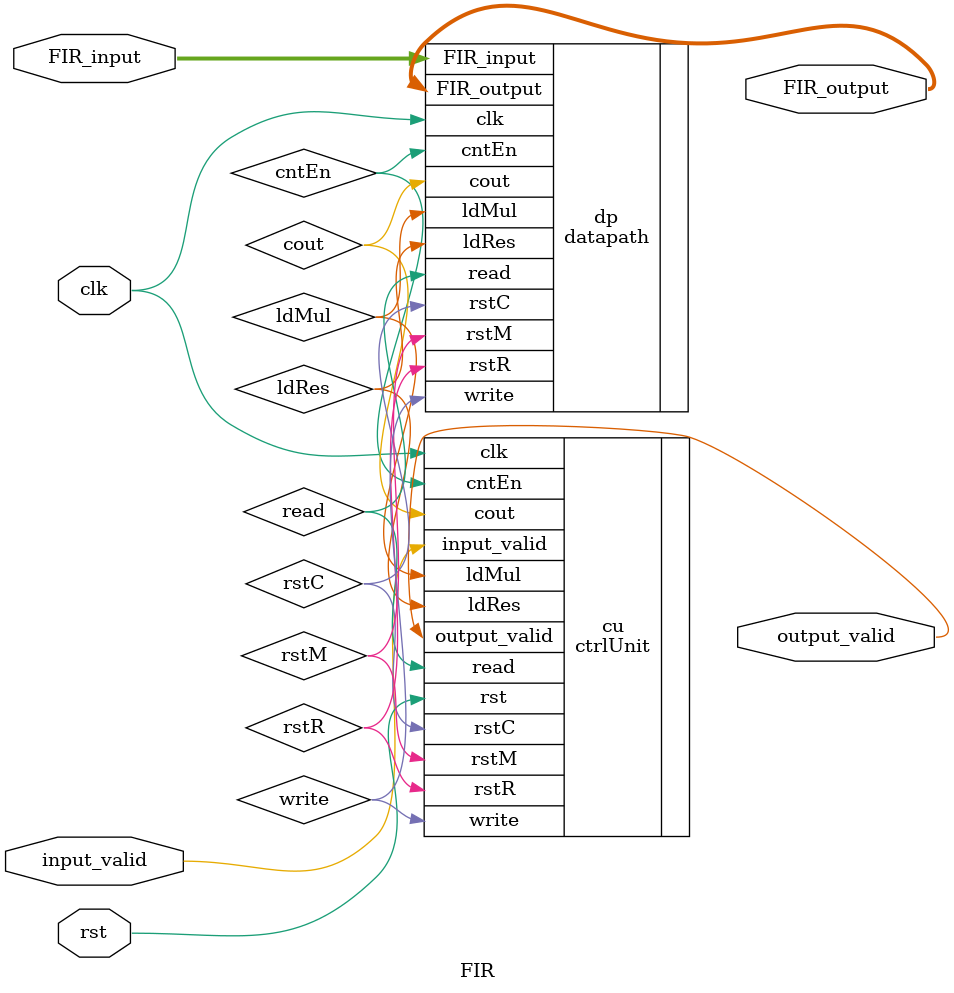
<source format=v>
module FIR#(parameter IN_WIDTH=16,OUT_WIDTH=38,LENGTH=64)(
            clk,
            rst,
            FIR_input,
            input_valid,
            FIR_output,
            output_valid
            );
            
	input clk, rst, input_valid;
	output output_valid;
	input [IN_WIDTH -1:0] FIR_input;
	output [OUT_WIDTH -1:0] FIR_output;

  wire rstM,write,read,rstR,ldRes,ldMul,cntEn,cout,rstC;
  
	datapath #(.length(LENGTH), .inWidth(IN_WIDTH), .outWidth(OUT_WIDTH))dp(
		          .FIR_input(FIR_input),
		          .clk(clk),
		          .rstM(rstM),
		          .write(write),
		          .read(read),
		          .rstR(rstR),
		          .ldRes(ldRes),
		          .ldMul(ldMul),
		          .cntEn(cntEn),
		          .cout(cout),
		          .rstC(rstC),
		          .FIR_output(FIR_output)
		          );
		          
	ctrlUnit cu(
	            .clk(clk),
	            .rst(rst),
	            .input_valid(input_valid),
	            .write(write),
	            .rstC(rstC),
	            .rstR(rstR),
	            .cntEn(cntEn),
	            .ldRes(ldRes),
	            .ldMul(ldMul),
	            .read(read),
	            .cout(cout),
	            .output_valid(output_valid),
	            .rstM(rstM)
	            );

endmodule



</source>
